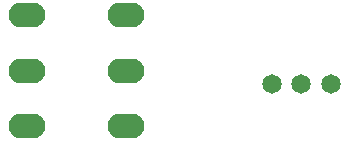
<source format=gbs>
G04 Layer: BottomSolderMaskLayer*
G04 EasyEDA v6.5.46, 2025-05-31 14:15:50*
G04 75a4abc2973e463bb7fec089d6695cdc,10*
G04 Gerber Generator version 0.2*
G04 Scale: 100 percent, Rotated: No, Reflected: No *
G04 Dimensions in millimeters *
G04 leading zeros omitted , absolute positions ,4 integer and 5 decimal *
%FSLAX45Y45*%
%MOMM*%

%ADD10O,3.1015939999999995X2.101596*%
%ADD11C,1.6516*%

%LPD*%
D10*
G01*
X2070328Y-2033092D03*
G01*
X2070328Y-1563090D03*
G01*
X2070328Y-1093088D03*
G01*
X1232128Y-2033092D03*
G01*
X1232128Y-1563090D03*
G01*
X1232128Y-1093088D03*
D11*
G01*
X3306013Y-1676400D03*
G01*
X3556025Y-1676400D03*
G01*
X3805986Y-1676400D03*
M02*

</source>
